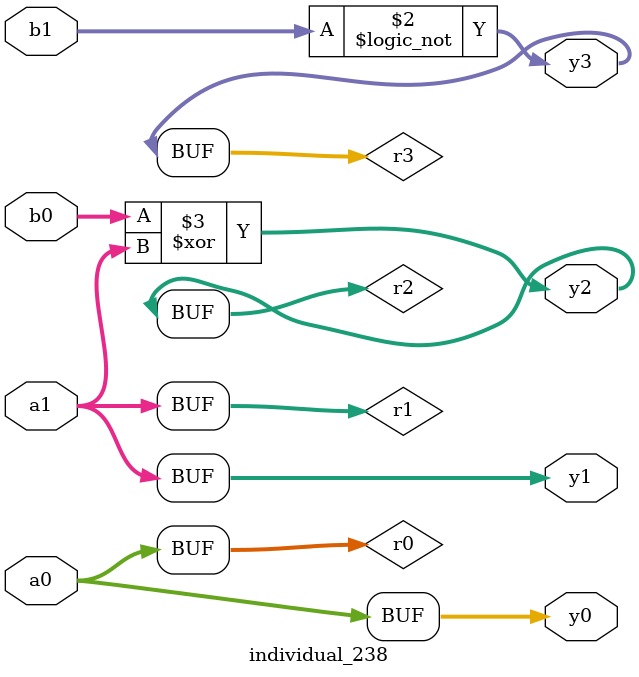
<source format=sv>
module individual_238(input logic [15:0] a1, input logic [15:0] a0, input logic [15:0] b1, input logic [15:0] b0, output logic [15:0] y3, output logic [15:0] y2, output logic [15:0] y1, output logic [15:0] y0);
logic [15:0] r0, r1, r2, r3; 
 always@(*) begin 
	 r0 = a0; r1 = a1; r2 = b0; r3 = b1; 
 	 r3 = ! b1 ;
 	 r2  ^=  a1 ;
 	 y3 = r3; y2 = r2; y1 = r1; y0 = r0; 
end
endmodule
</source>
